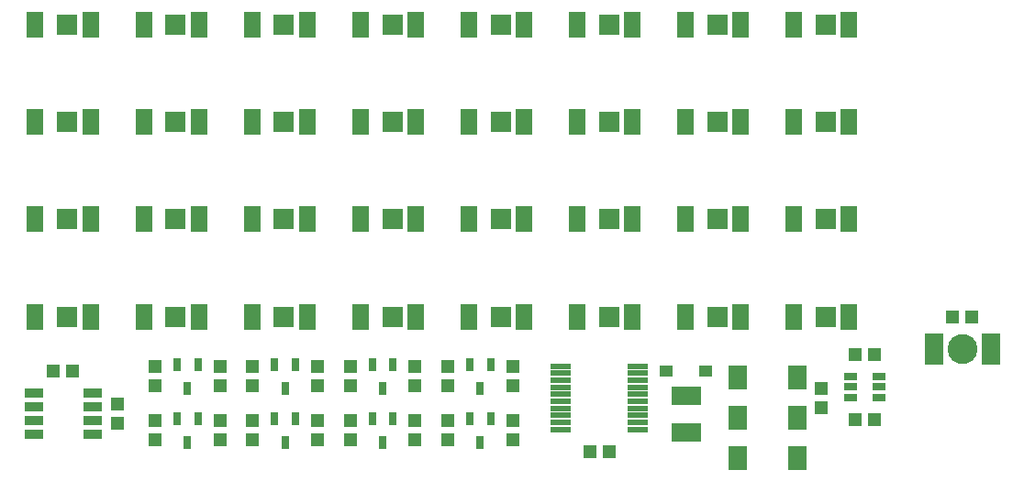
<source format=gts>
G04 DesignSpark PCB Gerber Version 10.0 Build 5299*
G04 #@! TF.Part,Single*
G04 #@! TF.FileFunction,Soldermask,Top*
G04 #@! TF.FilePolarity,Negative*
%FSLAX35Y35*%
%MOMM*%
G04 #@! TA.AperFunction,SMDPad,CuDef*
%ADD126R,0.76000X1.21000*%
%ADD100R,1.16000X1.25000*%
%ADD110R,1.56000X2.46000*%
%ADD128R,1.66000X2.16000*%
%ADD112R,1.76000X2.86000*%
%ADD111R,1.96000X1.96000*%
G04 #@! TA.AperFunction,WasherPad*
%ADD18C,2.76000*%
G04 #@! TA.AperFunction,SMDPad,CuDef*
%ADD125R,1.96000X0.61000*%
%ADD94R,1.31000X0.76000*%
%ADD127R,1.68500X0.86000*%
%ADD95R,1.21000X1.01000*%
%ADD96R,1.25000X1.16000*%
%ADD129R,2.75080X1.76020*%
G04 #@! TD.AperFunction*
X0Y0D02*
D02*
D18*
X9779000Y1719000D03*
D02*
D94*
X8749000Y1274000D03*
Y1369000D03*
Y1464000D03*
X9009000Y1274000D03*
Y1369000D03*
Y1464000D03*
D02*
D95*
X7049050Y1519300D03*
X7409050D03*
D02*
D96*
X1390150D03*
X1567950D03*
X6340150Y769300D03*
X6517950D03*
X8789800Y1669300D03*
X8790150Y1069300D03*
X8967600Y1669300D03*
X8967950Y1069300D03*
X9690150Y2019300D03*
X9867950D03*
D02*
D100*
X1979050Y1030400D03*
Y1208200D03*
X2329000Y880100D03*
Y1057900D03*
Y1380100D03*
Y1557900D03*
X2929000Y880100D03*
Y1057900D03*
Y1380100D03*
Y1557900D03*
X3229000Y880100D03*
Y1057900D03*
Y1380100D03*
Y1557900D03*
X3829000Y880100D03*
Y1057900D03*
Y1380100D03*
Y1557900D03*
X4129000Y880100D03*
Y1057900D03*
Y1380100D03*
Y1557900D03*
X4729000Y880100D03*
Y1057900D03*
Y1380100D03*
Y1557900D03*
X5029000Y880100D03*
Y1057900D03*
Y1380100D03*
Y1557900D03*
X5629000Y880100D03*
Y1057900D03*
Y1380100D03*
Y1557900D03*
X8479050Y1180400D03*
Y1358200D03*
D02*
D110*
X1224050Y2019300D03*
Y2919300D03*
Y3819300D03*
Y4719300D03*
X1734050Y2019300D03*
Y2919300D03*
Y3819300D03*
Y4719300D03*
X2224050Y2019300D03*
Y2919300D03*
Y3819300D03*
Y4719300D03*
X2734050Y2019300D03*
Y2919300D03*
Y3819300D03*
Y4719300D03*
X3224050Y2019300D03*
Y2919300D03*
Y3819300D03*
Y4719300D03*
X3734050Y2019300D03*
Y2919300D03*
Y3819300D03*
Y4719300D03*
X4224050Y2019300D03*
Y2919300D03*
Y3819300D03*
Y4719300D03*
X4734050Y2019300D03*
Y2919300D03*
Y3819300D03*
Y4719300D03*
X5224050Y2019300D03*
Y2919300D03*
Y3819300D03*
Y4719300D03*
X5734050Y2019300D03*
Y2919300D03*
Y3819300D03*
Y4719300D03*
X6224050Y2019300D03*
Y2919300D03*
Y3819300D03*
Y4719300D03*
X6734050Y2019300D03*
Y2919300D03*
Y3819300D03*
Y4719300D03*
X7224050Y2019300D03*
Y2919300D03*
Y3819300D03*
Y4719300D03*
X7734050Y2019300D03*
Y2919300D03*
Y3819300D03*
Y4719300D03*
X8224050Y2019300D03*
Y2919300D03*
Y3819300D03*
Y4719300D03*
X8734050Y2019300D03*
Y2919300D03*
Y3819300D03*
Y4719300D03*
D02*
D111*
X1518550Y2019300D03*
Y2919300D03*
Y3819300D03*
Y4719300D03*
X2518550Y2019300D03*
Y2919300D03*
Y3819300D03*
Y4719300D03*
X3518550Y2019300D03*
Y2919300D03*
Y3819300D03*
Y4719300D03*
X4518550Y2019300D03*
Y2919300D03*
Y3819300D03*
Y4719300D03*
X5518550Y2019300D03*
Y2919300D03*
Y3819300D03*
Y4719300D03*
X6518550Y2019300D03*
Y2919300D03*
Y3819300D03*
Y4719300D03*
X7518550Y2019300D03*
Y2919300D03*
Y3819300D03*
Y4719300D03*
X8518550Y2019300D03*
Y2919300D03*
Y3819300D03*
Y4719300D03*
D02*
D112*
X9519000Y1719000D03*
X10039000D03*
D02*
D125*
X6074050Y976800D03*
Y1041800D03*
Y1106800D03*
Y1171800D03*
Y1236800D03*
Y1301800D03*
Y1366800D03*
Y1431800D03*
Y1496800D03*
Y1561800D03*
X6784050Y976800D03*
Y1041800D03*
Y1106800D03*
Y1171800D03*
Y1236800D03*
Y1301800D03*
Y1366800D03*
Y1431800D03*
Y1496800D03*
Y1561800D03*
D02*
D126*
X2534000Y1079000D03*
Y1579000D03*
X2629000Y859000D03*
Y1359000D03*
X2724000Y1079000D03*
Y1579000D03*
X3434000Y1079000D03*
Y1579000D03*
X3529000Y859000D03*
Y1359000D03*
X3624000Y1079000D03*
Y1579000D03*
X4334000Y1079000D03*
Y1579000D03*
X4429000Y859000D03*
Y1359000D03*
X4524000Y1079000D03*
Y1579000D03*
X5234000Y1079000D03*
Y1579000D03*
X5329000Y859000D03*
Y1359000D03*
X5424000Y1079000D03*
Y1579000D03*
D02*
D127*
X1207850Y928800D03*
Y1055800D03*
Y1182800D03*
Y1309800D03*
X1750250Y928800D03*
Y1055800D03*
Y1182800D03*
Y1309800D03*
D02*
D128*
X7703650Y714750D03*
Y1454750D03*
X7704150Y1084750D03*
X8253650Y714750D03*
Y1084750D03*
Y1454750D03*
D02*
D129*
X7229050Y949120D03*
Y1289480D03*
X0Y0D02*
M02*

</source>
